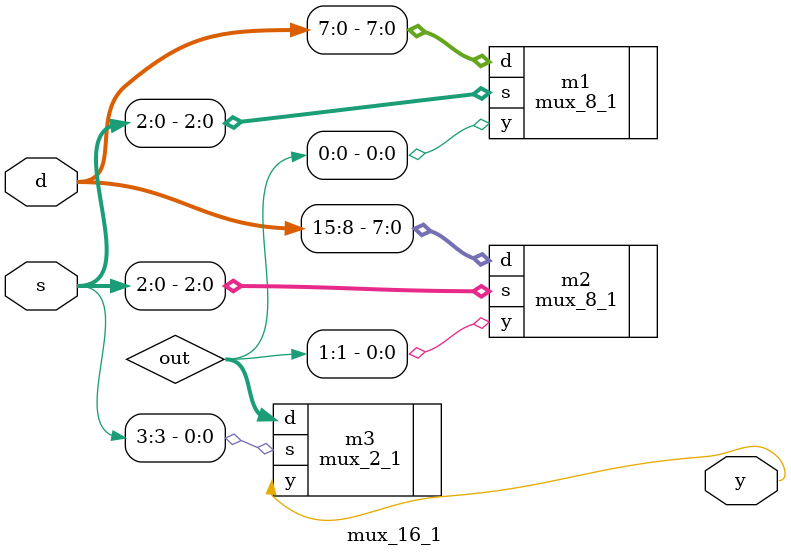
<source format=sv>

`timescale 1ns/10ps

module mux_16_1(d, s, y);
	input logic [15:0] d;
	input logic [3:0] s;
	output logic y;
	
	logic [1:0] out;
	
	mux_8_1 m1 (.d(d[7:0]),  .s(s[2:0]), .y(out[0]));
	mux_8_1 m2 (.d(d[15:8]), .s(s[2:0]), .y(out[1]));
	mux_2_1 m3 (.d(out), .s(s[3]), .y(y));
	
endmodule

</source>
